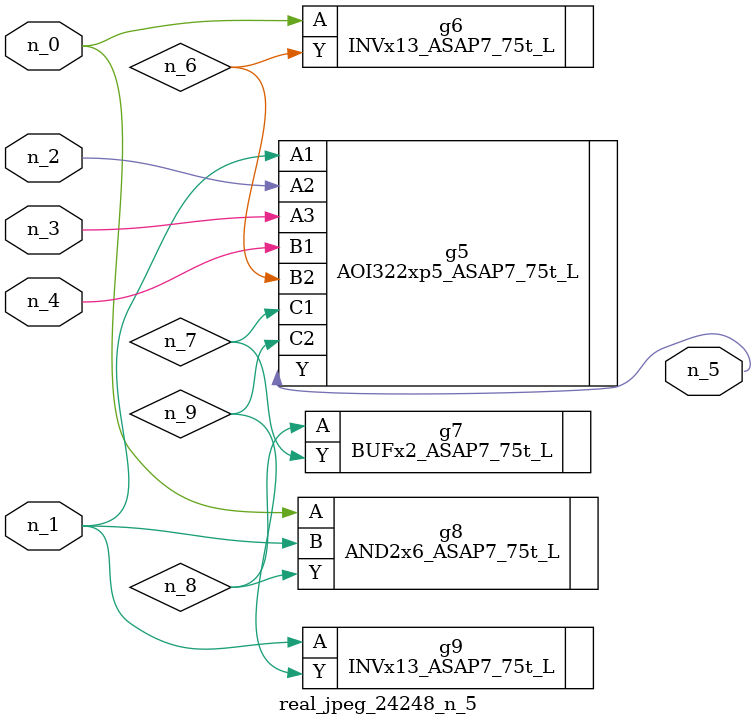
<source format=v>
module real_jpeg_24248_n_5 (n_4, n_0, n_1, n_2, n_3, n_5);

input n_4;
input n_0;
input n_1;
input n_2;
input n_3;

output n_5;

wire n_8;
wire n_6;
wire n_7;
wire n_9;

INVx13_ASAP7_75t_L g6 ( 
.A(n_0),
.Y(n_6)
);

AND2x6_ASAP7_75t_L g8 ( 
.A(n_0),
.B(n_1),
.Y(n_8)
);

AOI322xp5_ASAP7_75t_L g5 ( 
.A1(n_1),
.A2(n_2),
.A3(n_3),
.B1(n_4),
.B2(n_6),
.C1(n_7),
.C2(n_9),
.Y(n_5)
);

INVx13_ASAP7_75t_L g9 ( 
.A(n_1),
.Y(n_9)
);

BUFx2_ASAP7_75t_L g7 ( 
.A(n_8),
.Y(n_7)
);


endmodule
</source>
